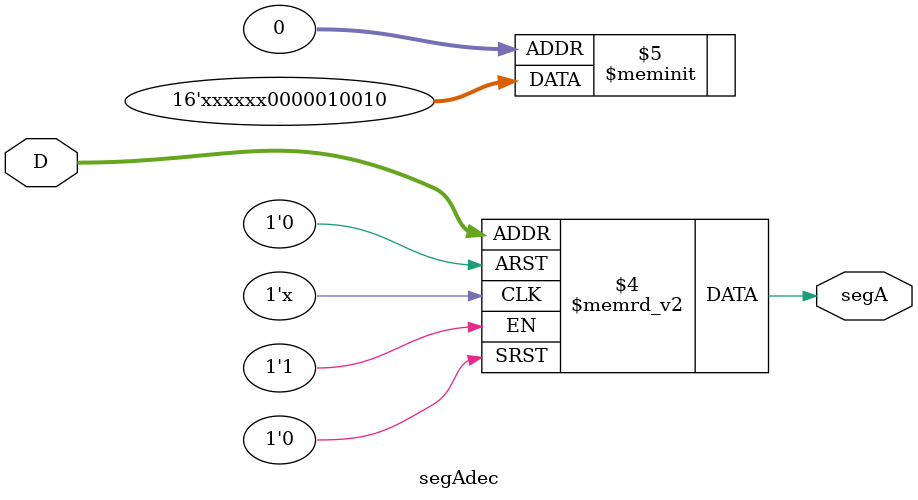
<source format=sv>

module segAdec
(
	input [3:0] D,
	output reg segA
);

always @ (*) begin
	case (D)
	4'h1, 4'h4 : segA = 1'b1; 
	4'h0, 4'h2, 4'h3, 4'h5, 4'h6, 4'h7, 4'h8, 4'h9 : segA = 1'b0; 
	default : segA = 1'bx; 
	endcase
end
endmodule

</source>
